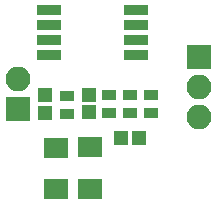
<source format=gbr>
G04 #@! TF.FileFunction,Soldermask,Top*
%FSLAX46Y46*%
G04 Gerber Fmt 4.6, Leading zero omitted, Abs format (unit mm)*
G04 Created by KiCad (PCBNEW 4.0.7) date 07/15/18 12:38:24*
%MOMM*%
%LPD*%
G01*
G04 APERTURE LIST*
%ADD10C,0.100000*%
%ADD11R,1.150000X1.200000*%
%ADD12R,1.200000X1.150000*%
%ADD13R,2.100000X1.700000*%
%ADD14R,2.100000X2.100000*%
%ADD15O,2.100000X2.100000*%
%ADD16R,1.300000X0.900000*%
%ADD17R,2.150000X0.950000*%
G04 APERTURE END LIST*
D10*
D11*
X140086080Y-106661520D03*
X140086080Y-108161520D03*
X143764000Y-106620880D03*
X143764000Y-108120880D03*
D12*
X146506500Y-110279180D03*
X148006500Y-110279180D03*
D13*
X141036040Y-114612360D03*
X141036040Y-111112360D03*
X143860520Y-111071720D03*
X143860520Y-114571720D03*
D14*
X137744200Y-107820460D03*
D15*
X137744200Y-105280460D03*
D14*
X153116280Y-103418640D03*
D15*
X153116280Y-105958640D03*
X153116280Y-108498640D03*
D16*
X141955520Y-106742800D03*
X141955520Y-108242800D03*
X145450560Y-108161520D03*
X145450560Y-106661520D03*
X147259040Y-108181840D03*
X147259040Y-106681840D03*
X149067520Y-106661520D03*
X149067520Y-108161520D03*
D17*
X140394200Y-99441000D03*
X140394200Y-100711000D03*
X140394200Y-101981000D03*
X140394200Y-103251000D03*
X147794200Y-103251000D03*
X147794200Y-101981000D03*
X147794200Y-100711000D03*
X147794200Y-99441000D03*
M02*

</source>
